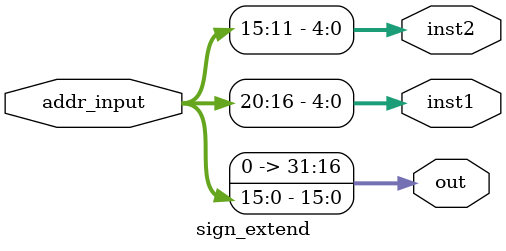
<source format=v>
module sign_extend(addr_input, out, inst1, inst2);


	input	[31:0]	addr_input;
	output 	[31:0]	out;
	output 	[4:0]	inst1, inst2;
	reg	[4:0]	inst1, inst2;
	reg 	[31:0]  out;

	always @(1)begin	
		out[31:16] = 16'b0;
		out[15:0] = addr_input;
		inst1 = addr_input[20:16];
		inst2 = addr_input[15:11];
	end
endmodule

</source>
